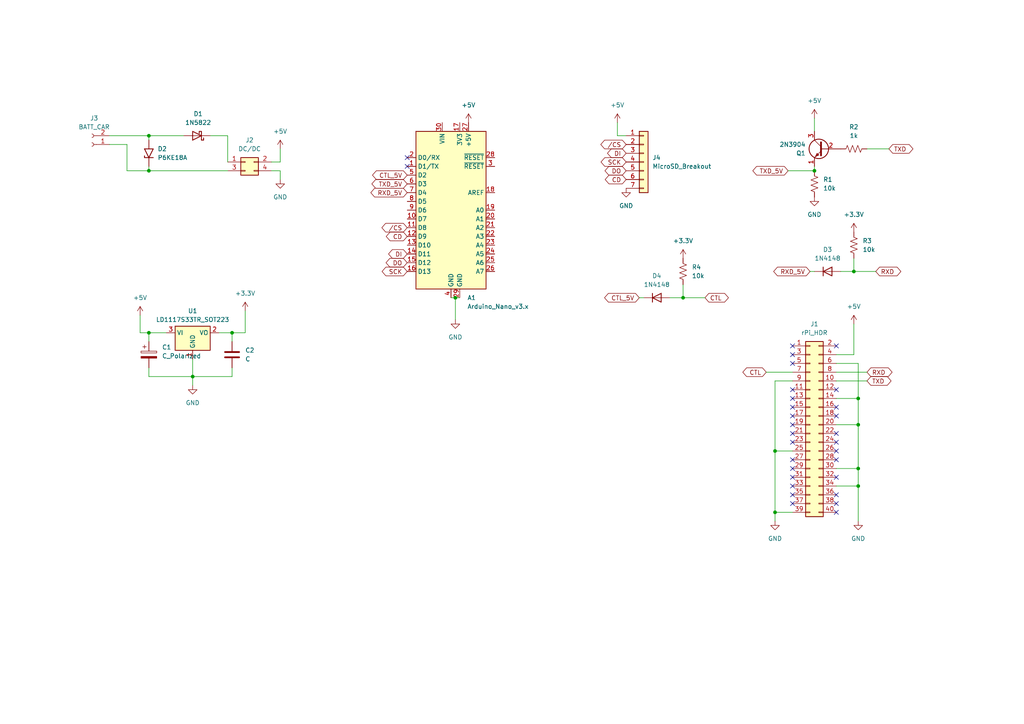
<source format=kicad_sch>
(kicad_sch (version 20230121) (generator eeschema)
  (paper "A4")
  (lib_symbols
    (symbol "Connector:Conn_01x02_Socket" (pin_names (offset 1.016) hide)
      (property "Reference" "J" (at 0 2.54 0))
      (property "Value" "Conn_01x02_Socket" (at 0 -5.08 0))
      (symbol "Conn_01x02_Socket_1_1"
        (arc (start 0 -2.032) (mid -0.5058 -2.54) (end 0 -3.048) (stroke (width 0.1524)))
        (polyline (pts (xy -1.27 -2.54) (xy -0.508 -2.54)) (stroke (width 0.1524)))
        (polyline (pts (xy -1.27 0) (xy -0.508 0)) (stroke (width 0.1524)))
        (arc (start 0 0.508) (mid -0.5058 0) (end 0 -0.508) (stroke (width 0.1524)))
        (pin passive line (at -5.08 0 0) (length 3.81) (name "Pin_1") (number "1"))
        (pin passive line (at -5.08 -2.54 0) (length 3.81) (name "Pin_2") (number "2"))
      )
    )
    (symbol "Connector_Generic:Conn_01x07" (pin_names (offset 1.016) hide)
      (property "Reference" "J" (at 0 10.16 0))
      (property "Value" "Conn_01x07" (at 0 -10.16 0))
      (symbol "Conn_01x07_1_1"
        (rectangle (start -1.27 -7.493) (end 0 -7.747) (stroke (width 0.1524)))
        (rectangle (start -1.27 -4.953) (end 0 -5.207) (stroke (width 0.1524)))
        (rectangle (start -1.27 -2.413) (end 0 -2.667) (stroke (width 0.1524)))
        (rectangle (start -1.27 0.127) (end 0 -0.127) (stroke (width 0.1524)))
        (rectangle (start -1.27 2.667) (end 0 2.413) (stroke (width 0.1524)))
        (rectangle (start -1.27 5.207) (end 0 4.953) (stroke (width 0.1524)))
        (rectangle (start -1.27 7.747) (end 0 7.493) (stroke (width 0.1524)))
        (rectangle (start -1.27 8.89) (end 1.27 -8.89) (stroke (width 0.254)) (fill (type background)))
        (pin passive line (at -5.08 7.62 0) (length 3.81) (name "Pin_1") (number "1"))
        (pin passive line (at -5.08 5.08 0) (length 3.81) (name "Pin_2") (number "2"))
        (pin passive line (at -5.08 2.54 0) (length 3.81) (name "Pin_3") (number "3"))
        (pin passive line (at -5.08 0 0) (length 3.81) (name "Pin_4") (number "4"))
        (pin passive line (at -5.08 -2.54 0) (length 3.81) (name "Pin_5") (number "5"))
        (pin passive line (at -5.08 -5.08 0) (length 3.81) (name "Pin_6") (number "6"))
        (pin passive line (at -5.08 -7.62 0) (length 3.81) (name "Pin_7") (number "7"))
      )
    )
    (symbol "Connector_Generic:Conn_02x02_Odd_Even" (pin_names (offset 1.016) hide)
      (property "Reference" "J" (at 1.27 2.54 0))
      (property "Value" "Conn_02x02_Odd_Even" (at 1.27 -5.08 0))
      (symbol "Conn_02x02_Odd_Even_1_1"
        (rectangle (start -1.27 -2.413) (end 0 -2.667) (stroke (width 0.1524)))
        (rectangle (start -1.27 0.127) (end 0 -0.127) (stroke (width 0.1524)))
        (rectangle (start -1.27 1.27) (end 3.81 -3.81) (stroke (width 0.254)) (fill (type background)))
        (rectangle (start 3.81 -2.413) (end 2.54 -2.667) (stroke (width 0.1524)))
        (rectangle (start 3.81 0.127) (end 2.54 -0.127) (stroke (width 0.1524)))
        (pin passive line (at -5.08 0 0) (length 3.81) (name "Pin_1") (number "1"))
        (pin passive line (at 7.62 0 180) (length 3.81) (name "Pin_2") (number "2"))
        (pin passive line (at -5.08 -2.54 0) (length 3.81) (name "Pin_3") (number "3"))
        (pin passive line (at 7.62 -2.54 180) (length 3.81) (name "Pin_4") (number "4"))
      )
    )
    (symbol "Connector_Generic:Conn_02x20_Odd_Even" (pin_names (offset 1.016) hide)
      (property "Reference" "J" (at 1.27 25.4 0))
      (property "Value" "Conn_02x20_Odd_Even" (at 1.27 -27.94 0))
      (symbol "Conn_02x20_Odd_Even_1_1"
        (rectangle (start -1.27 -25.273) (end 0 -25.527) (stroke (width 0.1524)))
        (rectangle (start -1.27 -22.733) (end 0 -22.987) (stroke (width 0.1524)))
        (rectangle (start -1.27 -20.193) (end 0 -20.447) (stroke (width 0.1524)))
        (rectangle (start -1.27 -17.653) (end 0 -17.907) (stroke (width 0.1524)))
        (rectangle (start -1.27 -15.113) (end 0 -15.367) (stroke (width 0.1524)))
        (rectangle (start -1.27 -12.573) (end 0 -12.827) (stroke (width 0.1524)))
        (rectangle (start -1.27 -10.033) (end 0 -10.287) (stroke (width 0.1524)))
        (rectangle (start -1.27 -7.493) (end 0 -7.747) (stroke (width 0.1524)))
        (rectangle (start -1.27 -4.953) (end 0 -5.207) (stroke (width 0.1524)))
        (rectangle (start -1.27 -2.413) (end 0 -2.667) (stroke (width 0.1524)))
        (rectangle (start -1.27 0.127) (end 0 -0.127) (stroke (width 0.1524)))
        (rectangle (start -1.27 2.667) (end 0 2.413) (stroke (width 0.1524)))
        (rectangle (start -1.27 5.207) (end 0 4.953) (stroke (width 0.1524)))
        (rectangle (start -1.27 7.747) (end 0 7.493) (stroke (width 0.1524)))
        (rectangle (start -1.27 10.287) (end 0 10.033) (stroke (width 0.1524)))
        (rectangle (start -1.27 12.827) (end 0 12.573) (stroke (width 0.1524)))
        (rectangle (start -1.27 15.367) (end 0 15.113) (stroke (width 0.1524)))
        (rectangle (start -1.27 17.907) (end 0 17.653) (stroke (width 0.1524)))
        (rectangle (start -1.27 20.447) (end 0 20.193) (stroke (width 0.1524)))
        (rectangle (start -1.27 22.987) (end 0 22.733) (stroke (width 0.1524)))
        (rectangle (start -1.27 24.13) (end 3.81 -26.67) (stroke (width 0.254)) (fill (type background)))
        (rectangle (start 3.81 -25.273) (end 2.54 -25.527) (stroke (width 0.1524)))
        (rectangle (start 3.81 -22.733) (end 2.54 -22.987) (stroke (width 0.1524)))
        (rectangle (start 3.81 -20.193) (end 2.54 -20.447) (stroke (width 0.1524)))
        (rectangle (start 3.81 -17.653) (end 2.54 -17.907) (stroke (width 0.1524)))
        (rectangle (start 3.81 -15.113) (end 2.54 -15.367) (stroke (width 0.1524)))
        (rectangle (start 3.81 -12.573) (end 2.54 -12.827) (stroke (width 0.1524)))
        (rectangle (start 3.81 -10.033) (end 2.54 -10.287) (stroke (width 0.1524)))
        (rectangle (start 3.81 -7.493) (end 2.54 -7.747) (stroke (width 0.1524)))
        (rectangle (start 3.81 -4.953) (end 2.54 -5.207) (stroke (width 0.1524)))
        (rectangle (start 3.81 -2.413) (end 2.54 -2.667) (stroke (width 0.1524)))
        (rectangle (start 3.81 0.127) (end 2.54 -0.127) (stroke (width 0.1524)))
        (rectangle (start 3.81 2.667) (end 2.54 2.413) (stroke (width 0.1524)))
        (rectangle (start 3.81 5.207) (end 2.54 4.953) (stroke (width 0.1524)))
        (rectangle (start 3.81 7.747) (end 2.54 7.493) (stroke (width 0.1524)))
        (rectangle (start 3.81 10.287) (end 2.54 10.033) (stroke (width 0.1524)))
        (rectangle (start 3.81 12.827) (end 2.54 12.573) (stroke (width 0.1524)))
        (rectangle (start 3.81 15.367) (end 2.54 15.113) (stroke (width 0.1524)))
        (rectangle (start 3.81 17.907) (end 2.54 17.653) (stroke (width 0.1524)))
        (rectangle (start 3.81 20.447) (end 2.54 20.193) (stroke (width 0.1524)))
        (rectangle (start 3.81 22.987) (end 2.54 22.733) (stroke (width 0.1524)))
        (pin passive line (at -5.08 22.86 0) (length 3.81) (name "Pin_1") (number "1"))
        (pin passive line (at 7.62 12.7 180) (length 3.81) (name "Pin_10") (number "10"))
        (pin passive line (at -5.08 10.16 0) (length 3.81) (name "Pin_11") (number "11"))
        (pin passive line (at 7.62 10.16 180) (length 3.81) (name "Pin_12") (number "12"))
        (pin passive line (at -5.08 7.62 0) (length 3.81) (name "Pin_13") (number "13"))
        (pin passive line (at 7.62 7.62 180) (length 3.81) (name "Pin_14") (number "14"))
        (pin passive line (at -5.08 5.08 0) (length 3.81) (name "Pin_15") (number "15"))
        (pin passive line (at 7.62 5.08 180) (length 3.81) (name "Pin_16") (number "16"))
        (pin passive line (at -5.08 2.54 0) (length 3.81) (name "Pin_17") (number "17"))
        (pin passive line (at 7.62 2.54 180) (length 3.81) (name "Pin_18") (number "18"))
        (pin passive line (at -5.08 0 0) (length 3.81) (name "Pin_19") (number "19"))
        (pin passive line (at 7.62 22.86 180) (length 3.81) (name "Pin_2") (number "2"))
        (pin passive line (at 7.62 0 180) (length 3.81) (name "Pin_20") (number "20"))
        (pin passive line (at -5.08 -2.54 0) (length 3.81) (name "Pin_21") (number "21"))
        (pin passive line (at 7.62 -2.54 180) (length 3.81) (name "Pin_22") (number "22"))
        (pin passive line (at -5.08 -5.08 0) (length 3.81) (name "Pin_23") (number "23"))
        (pin passive line (at 7.62 -5.08 180) (length 3.81) (name "Pin_24") (number "24"))
        (pin passive line (at -5.08 -7.62 0) (length 3.81) (name "Pin_25") (number "25"))
        (pin passive line (at 7.62 -7.62 180) (length 3.81) (name "Pin_26") (number "26"))
        (pin passive line (at -5.08 -10.16 0) (length 3.81) (name "Pin_27") (number "27"))
        (pin passive line (at 7.62 -10.16 180) (length 3.81) (name "Pin_28") (number "28"))
        (pin passive line (at -5.08 -12.7 0) (length 3.81) (name "Pin_29") (number "29"))
        (pin passive line (at -5.08 20.32 0) (length 3.81) (name "Pin_3") (number "3"))
        (pin passive line (at 7.62 -12.7 180) (length 3.81) (name "Pin_30") (number "30"))
        (pin passive line (at -5.08 -15.24 0) (length 3.81) (name "Pin_31") (number "31"))
        (pin passive line (at 7.62 -15.24 180) (length 3.81) (name "Pin_32") (number "32"))
        (pin passive line (at -5.08 -17.78 0) (length 3.81) (name "Pin_33") (number "33"))
        (pin passive line (at 7.62 -17.78 180) (length 3.81) (name "Pin_34") (number "34"))
        (pin passive line (at -5.08 -20.32 0) (length 3.81) (name "Pin_35") (number "35"))
        (pin passive line (at 7.62 -20.32 180) (length 3.81) (name "Pin_36") (number "36"))
        (pin passive line (at -5.08 -22.86 0) (length 3.81) (name "Pin_37") (number "37"))
        (pin passive line (at 7.62 -22.86 180) (length 3.81) (name "Pin_38") (number "38"))
        (pin passive line (at -5.08 -25.4 0) (length 3.81) (name "Pin_39") (number "39"))
        (pin passive line (at 7.62 20.32 180) (length 3.81) (name "Pin_4") (number "4"))
        (pin passive line (at 7.62 -25.4 180) (length 3.81) (name "Pin_40") (number "40"))
        (pin passive line (at -5.08 17.78 0) (length 3.81) (name "Pin_5") (number "5"))
        (pin passive line (at 7.62 17.78 180) (length 3.81) (name "Pin_6") (number "6"))
        (pin passive line (at -5.08 15.24 0) (length 3.81) (name "Pin_7") (number "7"))
        (pin passive line (at 7.62 15.24 180) (length 3.81) (name "Pin_8") (number "8"))
        (pin passive line (at -5.08 12.7 0) (length 3.81) (name "Pin_9") (number "9"))
      )
    )
    (symbol "Device:C" (pin_numbers hide) (pin_names (offset 0.254))
      (property "Reference" "C" (at 0.635 2.54 0))
      (property "Value" "C" (at 0.635 -2.54 0))
      (symbol "C_0_1"
        (polyline (pts (xy -2.032 -0.762) (xy 2.032 -0.762)) (stroke (width 0.508)))
        (polyline (pts (xy -2.032 0.762) (xy 2.032 0.762)) (stroke (width 0.508)))
      )
      (symbol "C_1_1"
        (pin passive line (at 0 3.81 270) (length 2.794) (name "~") (number "1"))
        (pin passive line (at 0 -3.81 90) (length 2.794) (name "~") (number "2"))
      )
    )
    (symbol "Device:C_Polarized" (pin_numbers hide) (pin_names (offset 0.254))
      (property "Reference" "C" (at 0.635 2.54 0))
      (property "Value" "C_Polarized" (at 0.635 -2.54 0))
      (symbol "C_Polarized_0_1"
        (rectangle (start -2.286 0.508) (end 2.286 1.016))
        (polyline (pts (xy -1.778 2.286) (xy -0.762 2.286)))
        (polyline (pts (xy -1.27 2.794) (xy -1.27 1.778)))
        (rectangle (start 2.286 -0.508) (end -2.286 -1.016) (fill (type outline)))
      )
      (symbol "C_Polarized_1_1"
        (pin passive line (at 0 3.81 270) (length 2.794) (name "~") (number "1"))
        (pin passive line (at 0 -3.81 90) (length 2.794) (name "~") (number "2"))
      )
    )
    (symbol "Device:R_US" (pin_numbers hide) (pin_names (offset 0))
      (property "Reference" "R" (at 2.54 0 90))
      (property "Value" "R_US" (at -2.54 0 90))
      (symbol "R_US_0_1"
        (polyline (pts (xy 0 -2.286) (xy 0 -2.54)))
        (polyline (pts (xy 0 2.286) (xy 0 2.54)))
        (polyline (pts (xy 0 -0.762) (xy 1.016 -1.143) (xy 0 -1.524) (xy -1.016 -1.905) (xy 0 -2.286)))
        (polyline (pts (xy 0 0.762) (xy 1.016 0.381) (xy 0 0) (xy -1.016 -0.381) (xy 0 -0.762)))
        (polyline (pts (xy 0 2.286) (xy 1.016 1.905) (xy 0 1.524) (xy -1.016 1.143) (xy 0 0.762)))
      )
      (symbol "R_US_1_1"
        (pin passive line (at 0 3.81 270) (length 1.27) (name "~") (number "1"))
        (pin passive line (at 0 -3.81 90) (length 1.27) (name "~") (number "2"))
      )
    )
    (symbol "Diode:1.5KExxA" (pin_numbers hide) (pin_names (offset 1.016) hide)
      (property "Reference" "D" (at 0 2.54 0))
      (property "Value" "1.5KExxA" (at 0 -2.54 0))
      (symbol "1.5KExxA_0_1"
        (polyline (pts (xy -0.762 1.27) (xy -1.27 1.27) (xy -1.27 -1.27)) (stroke (width 0.254)))
        (polyline (pts (xy 1.27 1.27) (xy 1.27 -1.27) (xy -1.27 0) (xy 1.27 1.27)) (stroke (width 0.254)))
      )
      (symbol "1.5KExxA_1_1"
        (pin passive line (at -3.81 0 0) (length 2.54) (name "A1") (number "1"))
        (pin passive line (at 3.81 0 180) (length 2.54) (name "A2") (number "2"))
      )
    )
    (symbol "Diode:1N4148" (pin_numbers hide) (pin_names hide)
      (property "Reference" "D" (at 0 2.54 0))
      (property "Value" "1N4148" (at 0 -2.54 0))
      (symbol "1N4148_0_1"
        (polyline (pts (xy -1.27 1.27) (xy -1.27 -1.27)) (stroke (width 0.254)))
        (polyline (pts (xy 1.27 0) (xy -1.27 0)))
        (polyline (pts (xy 1.27 1.27) (xy 1.27 -1.27) (xy -1.27 0) (xy 1.27 1.27)) (stroke (width 0.254)))
      )
      (symbol "1N4148_1_1"
        (pin passive line (at -3.81 0 0) (length 2.54) (name "K") (number "1"))
        (pin passive line (at 3.81 0 180) (length 2.54) (name "A") (number "2"))
      )
    )
    (symbol "Diode:1N5822" (pin_numbers hide) (pin_names (offset 1.016) hide)
      (property "Reference" "D" (at 0 2.54 0))
      (property "Value" "1N5822" (at 0 -2.54 0))
      (symbol "1N5822_0_1"
        (polyline (pts (xy 1.27 0) (xy -1.27 0)))
        (polyline (pts (xy 1.27 1.27) (xy 1.27 -1.27) (xy -1.27 0) (xy 1.27 1.27)) (stroke (width 0.254)))
        (polyline (pts (xy -1.905 0.635) (xy -1.905 1.27) (xy -1.27 1.27) (xy -1.27 -1.27) (xy -0.635 -1.27) (xy -0.635 -0.635)) (stroke (width 0.254)))
      )
      (symbol "1N5822_1_1"
        (pin passive line (at -3.81 0 0) (length 2.54) (name "K") (number "1"))
        (pin passive line (at 3.81 0 180) (length 2.54) (name "A") (number "2"))
      )
    )
    (symbol "MCU_Module:Arduino_Nano_v3.x"
      (property "Reference" "A" (at -10.16 23.495 0))
      (property "Value" "Arduino_Nano_v3.x" (at 5.08 -24.13 0))
      (symbol "Arduino_Nano_v3.x_0_1"
        (rectangle (start -10.16 22.86) (end 10.16 -22.86) (stroke (width 0.254)) (fill (type background)))
      )
      (symbol "Arduino_Nano_v3.x_1_1"
        (pin bidirectional line (at -12.7 12.7 0) (length 2.54) (name "D1/TX") (number "1"))
        (pin bidirectional line (at -12.7 -2.54 0) (length 2.54) (name "D7") (number "10"))
        (pin bidirectional line (at -12.7 -5.08 0) (length 2.54) (name "D8") (number "11"))
        (pin bidirectional line (at -12.7 -7.62 0) (length 2.54) (name "D9") (number "12"))
        (pin bidirectional line (at -12.7 -10.16 0) (length 2.54) (name "D10") (number "13"))
        (pin bidirectional line (at -12.7 -12.7 0) (length 2.54) (name "D11") (number "14"))
        (pin bidirectional line (at -12.7 -15.24 0) (length 2.54) (name "D12") (number "15"))
        (pin bidirectional line (at -12.7 -17.78 0) (length 2.54) (name "D13") (number "16"))
        (pin power_out line (at 2.54 25.4 270) (length 2.54) (name "3V3") (number "17"))
        (pin input line (at 12.7 5.08 180) (length 2.54) (name "AREF") (number "18"))
        (pin bidirectional line (at 12.7 0 180) (length 2.54) (name "A0") (number "19"))
        (pin bidirectional line (at -12.7 15.24 0) (length 2.54) (name "D0/RX") (number "2"))
        (pin bidirectional line (at 12.7 -2.54 180) (length 2.54) (name "A1") (number "20"))
        (pin bidirectional line (at 12.7 -5.08 180) (length 2.54) (name "A2") (number "21"))
        (pin bidirectional line (at 12.7 -7.62 180) (length 2.54) (name "A3") (number "22"))
        (pin bidirectional line (at 12.7 -10.16 180) (length 2.54) (name "A4") (number "23"))
        (pin bidirectional line (at 12.7 -12.7 180) (length 2.54) (name "A5") (number "24"))
        (pin bidirectional line (at 12.7 -15.24 180) (length 2.54) (name "A6") (number "25"))
        (pin bidirectional line (at 12.7 -17.78 180) (length 2.54) (name "A7") (number "26"))
        (pin power_out line (at 5.08 25.4 270) (length 2.54) (name "+5V") (number "27"))
        (pin input line (at 12.7 15.24 180) (length 2.54) (name "~{RESET}") (number "28"))
        (pin power_in line (at 2.54 -25.4 90) (length 2.54) (name "GND") (number "29"))
        (pin input line (at 12.7 12.7 180) (length 2.54) (name "~{RESET}") (number "3"))
        (pin power_in line (at -2.54 25.4 270) (length 2.54) (name "VIN") (number "30"))
        (pin power_in line (at 0 -25.4 90) (length 2.54) (name "GND") (number "4"))
        (pin bidirectional line (at -12.7 10.16 0) (length 2.54) (name "D2") (number "5"))
        (pin bidirectional line (at -12.7 7.62 0) (length 2.54) (name "D3") (number "6"))
        (pin bidirectional line (at -12.7 5.08 0) (length 2.54) (name "D4") (number "7"))
        (pin bidirectional line (at -12.7 2.54 0) (length 2.54) (name "D5") (number "8"))
        (pin bidirectional line (at -12.7 0 0) (length 2.54) (name "D6") (number "9"))
      )
    )
    (symbol "Regulator_Linear:LD1117S33TR_SOT223"
      (property "Reference" "U" (at -3.81 3.175 0))
      (property "Value" "LD1117S33TR_SOT223" (at 0 3.175 0))
      (symbol "LD1117S33TR_SOT223_0_1"
        (rectangle (start -5.08 -5.08) (end 5.08 1.905) (stroke (width 0.254)) (fill (type background)))
      )
      (symbol "LD1117S33TR_SOT223_1_1"
        (pin power_in line (at 0 -7.62 90) (length 2.54) (name "GND") (number "1"))
        (pin power_out line (at 7.62 0 180) (length 2.54) (name "VO") (number "2"))
        (pin power_in line (at -7.62 0 0) (length 2.54) (name "VI") (number "3"))
      )
    )
    (symbol "Transistor_BJT:2N3904" (pin_names (offset 0) hide)
      (property "Reference" "Q" (at 5.08 1.905 0))
      (property "Value" "2N3904" (at 5.08 0 0))
      (symbol "2N3904_0_1"
        (polyline (pts (xy 0.635 0.635) (xy 2.54 2.54)))
        (polyline (pts (xy 0.635 -0.635) (xy 2.54 -2.54) (xy 2.54 -2.54)))
        (polyline (pts (xy 0.635 1.905) (xy 0.635 -1.905) (xy 0.635 -1.905)) (stroke (width 0.508)))
        (polyline (pts (xy 1.27 -1.778) (xy 1.778 -1.27) (xy 2.286 -2.286) (xy 1.27 -1.778) (xy 1.27 -1.778)) (fill (type outline)))
        (circle (center 1.27 0) (radius 2.8194) (stroke (width 0.254)))
      )
      (symbol "2N3904_1_1"
        (pin passive line (at 2.54 -5.08 90) (length 2.54) (name "E") (number "1"))
        (pin passive line (at -5.08 0 0) (length 5.715) (name "B") (number "2"))
        (pin passive line (at 2.54 5.08 270) (length 2.54) (name "C") (number "3"))
      )
    )
    (symbol "power:+3.3V" (power) (pin_names (offset 0))
      (property "Value" "+3.3V" (at 0 3.556 0))
      (symbol "+3.3V_0_1"
        (polyline (pts (xy -0.762 1.27) (xy 0 2.54)))
        (polyline (pts (xy 0 0) (xy 0 2.54)))
        (polyline (pts (xy 0 2.54) (xy 0.762 1.27)))
      )
      (symbol "+3.3V_1_1"
        (pin power_in line (at 0 0 90) (length 0) hide (name "+3.3V") (number "1"))
      )
    )
    (symbol "power:+5V" (power) (pin_names (offset 0))
      (property "Value" "+5V" (at 0 3.556 0))
      (symbol "+5V_0_1"
        (polyline (pts (xy -0.762 1.27) (xy 0 2.54)))
        (polyline (pts (xy 0 0) (xy 0 2.54)))
        (polyline (pts (xy 0 2.54) (xy 0.762 1.27)))
      )
      (symbol "+5V_1_1"
        (pin power_in line (at 0 0 90) (length 0) hide (name "+5V") (number "1"))
      )
    )
    (symbol "power:GND" (power) (pin_names (offset 0))
      (property "Value" "GND" (at 0 -3.81 0))
      (symbol "GND_0_1"
        (polyline (pts (xy 0 0) (xy 0 -1.27) (xy 1.27 -1.27) (xy 0 -2.54) (xy -1.27 -1.27) (xy 0 -1.27)))
      )
      (symbol "GND_1_1"
        (pin power_in line (at 0 0 270) (length 0) hide (name "GND") (number "1"))
      )
    )
  )
  (junction (at 132.08 86.36))
  (junction (at 43.18 39.37))
  (junction (at 248.92 123.19))
  (junction (at 247.65 78.74))
  (junction (at 43.18 49.53))
  (junction (at 43.18 96.52))
  (junction (at 248.92 115.57))
  (junction (at 198.12 86.36))
  (junction (at 248.92 140.97))
  (junction (at 224.79 130.81))
  (junction (at 224.79 148.59))
  (junction (at 55.88 109.22))
  (junction (at 236.22 49.53))
  (junction (at 248.92 135.89))
  (junction (at 67.31 96.52))
  (no_connect (at 229.87 113.03))
  (no_connect (at 229.87 105.41))
  (no_connect (at 242.57 130.81))
  (no_connect (at 229.87 135.89))
  (no_connect (at 242.57 118.11))
  (no_connect (at 229.87 146.05))
  (no_connect (at 229.87 128.27))
  (no_connect (at 242.57 146.05))
  (no_connect (at 229.87 140.97))
  (no_connect (at 242.57 125.73))
  (no_connect (at 229.87 118.11))
  (no_connect (at 118.11 45.72))
  (no_connect (at 229.87 123.19))
  (no_connect (at 229.87 120.65))
  (no_connect (at 242.57 138.43))
  (no_connect (at 242.57 113.03))
  (no_connect (at 242.57 143.51))
  (no_connect (at 229.87 102.87))
  (no_connect (at 229.87 100.33))
  (no_connect (at 242.57 133.35))
  (no_connect (at 118.11 48.26))
  (no_connect (at 229.87 133.35))
  (no_connect (at 229.87 138.43))
  (no_connect (at 242.57 148.59))
  (no_connect (at 242.57 128.27))
  (no_connect (at 229.87 125.73))
  (no_connect (at 229.87 115.57))
  (no_connect (at 242.57 120.65))
  (no_connect (at 229.87 143.51))
  (no_connect (at 242.57 100.33))
  (wire (pts (xy 55.88 109.22) (xy 55.88 104.14)))
  (wire (pts (xy 204.47 86.36) (xy 198.12 86.36)))
  (wire (pts (xy 43.18 48.26) (xy 43.18 49.53)))
  (wire (pts (xy 236.22 49.53) (xy 236.22 48.26)))
  (wire (pts (xy 248.92 105.41) (xy 248.92 115.57)))
  (wire (pts (xy 248.92 135.89) (xy 248.92 140.97)))
  (wire (pts (xy 67.31 96.52) (xy 71.12 96.52)))
  (wire (pts (xy 132.08 86.36) (xy 130.81 86.36)))
  (wire (pts (xy 254 78.74) (xy 247.65 78.74)))
  (wire (pts (xy 242.57 107.95) (xy 251.46 107.95)))
  (wire (pts (xy 43.18 106.68) (xy 43.18 109.22)))
  (wire (pts (xy 43.18 39.37) (xy 43.18 40.64)))
  (wire (pts (xy 194.31 86.36) (xy 198.12 86.36)))
  (wire (pts (xy 242.57 110.49) (xy 251.46 110.49)))
  (wire (pts (xy 222.25 107.95) (xy 229.87 107.95)))
  (wire (pts (xy 251.46 43.18) (xy 257.81 43.18)))
  (wire (pts (xy 229.87 130.81) (xy 224.79 130.81)))
  (wire (pts (xy 67.31 106.68) (xy 67.31 109.22)))
  (wire (pts (xy 43.18 39.37) (xy 53.34 39.37)))
  (wire (pts (xy 43.18 49.53) (xy 66.04 49.53)))
  (wire (pts (xy 248.92 123.19) (xy 248.92 135.89)))
  (wire (pts (xy 71.12 96.52) (xy 71.12 90.17)))
  (wire (pts (xy 247.65 78.74) (xy 247.65 74.93)))
  (wire (pts (xy 43.18 109.22) (xy 55.88 109.22)))
  (wire (pts (xy 229.87 148.59) (xy 224.79 148.59)))
  (wire (pts (xy 229.87 110.49) (xy 224.79 110.49)))
  (wire (pts (xy 248.92 140.97) (xy 248.92 151.13)))
  (wire (pts (xy 81.28 43.18) (xy 81.28 46.99)))
  (wire (pts (xy 224.79 148.59) (xy 224.79 151.13)))
  (wire (pts (xy 36.83 41.91) (xy 36.83 49.53)))
  (wire (pts (xy 40.64 96.52) (xy 40.64 91.44)))
  (wire (pts (xy 243.84 78.74) (xy 247.65 78.74)))
  (wire (pts (xy 55.88 109.22) (xy 67.31 109.22)))
  (wire (pts (xy 63.5 96.52) (xy 67.31 96.52)))
  (wire (pts (xy 31.75 41.91) (xy 36.83 41.91)))
  (wire (pts (xy 185.42 86.36) (xy 186.69 86.36)))
  (wire (pts (xy 66.04 39.37) (xy 66.04 46.99)))
  (wire (pts (xy 242.57 135.89) (xy 248.92 135.89)))
  (wire (pts (xy 247.65 102.87) (xy 242.57 102.87)))
  (wire (pts (xy 60.96 39.37) (xy 66.04 39.37)))
  (wire (pts (xy 242.57 105.41) (xy 248.92 105.41)))
  (wire (pts (xy 198.12 86.36) (xy 198.12 82.55)))
  (wire (pts (xy 242.57 123.19) (xy 248.92 123.19)))
  (wire (pts (xy 236.22 34.29) (xy 236.22 38.1)))
  (wire (pts (xy 48.26 96.52) (xy 43.18 96.52)))
  (wire (pts (xy 234.95 78.74) (xy 236.22 78.74)))
  (wire (pts (xy 247.65 93.98) (xy 247.65 102.87)))
  (wire (pts (xy 224.79 130.81) (xy 224.79 148.59)))
  (wire (pts (xy 228.6 49.53) (xy 236.22 49.53)))
  (wire (pts (xy 43.18 96.52) (xy 43.18 99.06)))
  (wire (pts (xy 81.28 52.07) (xy 81.28 49.53)))
  (wire (pts (xy 81.28 49.53) (xy 78.74 49.53)))
  (wire (pts (xy 133.35 86.36) (xy 132.08 86.36)))
  (wire (pts (xy 242.57 140.97) (xy 248.92 140.97)))
  (wire (pts (xy 224.79 110.49) (xy 224.79 130.81)))
  (wire (pts (xy 242.57 115.57) (xy 248.92 115.57)))
  (wire (pts (xy 132.08 86.36) (xy 132.08 92.71)))
  (wire (pts (xy 43.18 96.52) (xy 40.64 96.52)))
  (wire (pts (xy 67.31 96.52) (xy 67.31 99.06)))
  (wire (pts (xy 81.28 46.99) (xy 78.74 46.99)))
  (wire (pts (xy 31.75 39.37) (xy 43.18 39.37)))
  (wire (pts (xy 248.92 115.57) (xy 248.92 123.19)))
  (wire (pts (xy 36.83 49.53) (xy 43.18 49.53)))
  (wire (pts (xy 55.88 111.76) (xy 55.88 109.22)))
  (wire (pts (xy 179.07 39.37) (xy 179.07 35.56)))
  (wire (pts (xy 181.61 39.37) (xy 179.07 39.37)))
  (global_label "DO" (shape bidirectional) (at 118.11 76.2 180) (property "Intersheetrefs" "${INTERSHEET_REFS}" (effects hide)))
  (global_label "CD" (shape bidirectional) (at 118.11 68.58 180) (property "Intersheetrefs" "${INTERSHEET_REFS}" (effects hide)))
  (global_label "TXD_5V" (shape bidirectional) (at 118.11 53.34 180) (property "Intersheetrefs" "${INTERSHEET_REFS}" (effects hide)))
  (global_label "TXD" (shape bidirectional) (at 257.81 43.18 0) (property "Intersheetrefs" "${INTERSHEET_REFS}" (effects hide)))
  (global_label "RXD_5V" (shape bidirectional) (at 234.95 78.74 180) (property "Intersheetrefs" "${INTERSHEET_REFS}" (effects hide)))
  (global_label "DI" (shape bidirectional) (at 118.11 73.66 180) (property "Intersheetrefs" "${INTERSHEET_REFS}" (effects hide)))
  (global_label "DI" (shape bidirectional) (at 181.61 44.45 180) (property "Intersheetrefs" "${INTERSHEET_REFS}" (effects hide)))
  (global_label "{slash}CS" (shape bidirectional) (at 118.11 66.04 180) (property "Intersheetrefs" "${INTERSHEET_REFS}" (effects hide)))
  (global_label "CTL" (shape bidirectional) (at 204.47 86.36 0) (property "Intersheetrefs" "${INTERSHEET_REFS}" (effects hide)))
  (global_label "SCK" (shape bidirectional) (at 181.61 46.99 180) (property "Intersheetrefs" "${INTERSHEET_REFS}" (effects hide)))
  (global_label "CTL" (shape bidirectional) (at 222.25 107.95 180) (property "Intersheetrefs" "${INTERSHEET_REFS}" (effects hide)))
  (global_label "CTL_5V" (shape bidirectional) (at 185.42 86.36 180) (property "Intersheetrefs" "${INTERSHEET_REFS}" (effects hide)))
  (global_label "CD" (shape bidirectional) (at 181.61 52.07 180) (property "Intersheetrefs" "${INTERSHEET_REFS}" (effects hide)))
  (global_label "RXD" (shape bidirectional) (at 254 78.74 0) (property "Intersheetrefs" "${INTERSHEET_REFS}" (effects hide)))
  (global_label "TXD" (shape bidirectional) (at 251.46 110.49 0) (property "Intersheetrefs" "${INTERSHEET_REFS}" (effects hide)))
  (global_label "SCK" (shape bidirectional) (at 118.11 78.74 180) (property "Intersheetrefs" "${INTERSHEET_REFS}" (effects hide)))
  (global_label "TXD_5V" (shape bidirectional) (at 228.6 49.53 180) (property "Intersheetrefs" "${INTERSHEET_REFS}" (effects hide)))
  (global_label "DO" (shape bidirectional) (at 181.61 49.53 180) (property "Intersheetrefs" "${INTERSHEET_REFS}" (effects hide)))
  (global_label "{slash}CS" (shape bidirectional) (at 181.61 41.91 180) (property "Intersheetrefs" "${INTERSHEET_REFS}" (effects hide)))
  (global_label "CTL_5V" (shape bidirectional) (at 118.11 50.8 180) (property "Intersheetrefs" "${INTERSHEET_REFS}" (effects hide)))
  (global_label "RXD" (shape bidirectional) (at 251.46 107.95 0) (property "Intersheetrefs" "${INTERSHEET_REFS}" (effects hide)))
  (global_label "RXD_5V" (shape bidirectional) (at 118.11 55.88 180) (property "Intersheetrefs" "${INTERSHEET_REFS}" (effects hide)))
  (symbol (lib_id "power:+5V") (at 236.22 34.29 0) (unit 1)
    (property "Reference" "#PWR011" (effects hide))
    (property "Value" "+5V" (at 236.22 29.21 0))
  )
  (symbol (lib_id "Diode:1N4148") (at 240.03 78.74 0) (unit 1)
    (property "Reference" "D3" (at 240.03 72.39 0))
    (property "Value" "1N4148" (at 240.03 74.93 0))
    (property "Footprint" "Diode_THT:D_DO-35_SOD27_P7.62mm_Horizontal" (effects hide))
    (property "Datasheet" "https://assets.nexperia.com/documents/data-sheet/1N4148_1N4448.pdf" (effects hide))
    (property "Sim.Device" "D" (effects hide))
    (property "Sim.Pins" "1=K 2=A" (effects hide))
  )
  (symbol (lib_id "Regulator_Linear:LD1117S33TR_SOT223") (at 55.88 96.52 0) (unit 1)
    (property "Reference" "U1" (at 55.88 90.17 0))
    (property "Value" "LD1117S33TR_SOT223" (at 55.88 92.71 0))
    (property "Footprint" "Package_TO_SOT_THT:TO-220-3_Vertical" (effects hide))
    (property "Datasheet" "http://www.st.com/st-web-ui/static/active/en/resource/technical/document/datasheet/CD00000544.pdf" (effects hide))
  )
  (symbol (lib_id "Device:R_US") (at 247.65 43.18 90) (unit 1)
    (property "Reference" "R2" (at 247.65 36.83 90))
    (property "Value" "1k" (at 247.65 39.37 90))
    (property "Footprint" "Resistor_THT:R_Axial_DIN0207_L6.3mm_D2.5mm_P10.16mm_Horizontal" (effects hide))
  )
  (symbol (lib_id "power:GND") (at 81.28 52.07 0) (unit 1)
    (property "Reference" "#PWR04" (effects hide))
    (property "Value" "GND" (at 81.28 57.15 0))
  )
  (symbol (lib_id "power:GND") (at 236.22 57.15 0) (unit 1)
    (property "Reference" "#PWR010" (effects hide))
    (property "Value" "GND" (at 236.22 62.23 0))
  )
  (symbol (lib_id "power:+5V") (at 179.07 35.56 0) (unit 1)
    (property "Reference" "#PWR07" (effects hide))
    (property "Value" "+5V" (at 179.07 30.48 0))
  )
  (symbol (lib_id "power:+5V") (at 135.89 35.56 0) (unit 1)
    (property "Reference" "#PWR05" (effects hide))
    (property "Value" "+5V" (at 135.89 30.48 0))
  )
  (symbol (lib_id "Device:R_US") (at 236.22 53.34 180) (unit 1)
    (property "Reference" "R1" (at 238.76 52.07 0) (effects (justify right)))
    (property "Value" "10k" (at 238.76 54.61 0) (effects (justify right)))
    (property "Footprint" "Resistor_THT:R_Axial_DIN0207_L6.3mm_D2.5mm_P10.16mm_Horizontal" (effects hide))
  )
  (symbol (lib_id "power:+3.3V") (at 71.12 90.17 0) (unit 1)
    (property "Reference" "#PWR015" (effects hide))
    (property "Value" "+3.3V" (at 71.12 85.09 0))
  )
  (symbol (lib_id "Connector_Generic:Conn_01x07") (at 186.69 46.99 0) (unit 1)
    (property "Reference" "J4" (at 189.23 45.72 0) (effects (justify left)))
    (property "Value" "MicroSD_Breakout" (at 189.23 48.26 0) (effects (justify left)))
    (property "Footprint" "Connector_PinHeader_2.54mm:PinHeader_1x07_P2.54mm_Vertical" (effects hide))
  )
  (symbol (lib_id "power:+5V") (at 81.28 43.18 0) (unit 1)
    (property "Reference" "#PWR03" (effects hide))
    (property "Value" "+5V" (at 81.28 38.1 0))
  )
  (symbol (lib_id "Connector_Generic:Conn_02x20_Odd_Even") (at 234.95 123.19 0) (unit 1)
    (property "Reference" "J1" (at 236.22 93.98 0))
    (property "Value" "rPi_HDR" (at 236.22 96.52 0))
    (property "Footprint" "Connector_PinHeader_2.54mm:PinHeader_2x20_P2.54mm_Vertical" (effects hide))
  )
  (symbol (lib_id "Connector_Generic:Conn_02x02_Odd_Even") (at 71.12 46.99 0) (unit 1)
    (property "Reference" "J2" (at 72.39 40.64 0))
    (property "Value" "DC/DC" (at 72.39 43.18 0))
    (property "Footprint" "footprint_project:LM2596_DC_DC_MODULE" (effects hide))
  )
  (symbol (lib_id "power:+3.3V") (at 198.12 74.93 0) (unit 1)
    (property "Reference" "#PWR016" (effects hide))
    (property "Value" "+3.3V" (at 198.12 69.85 0))
  )
  (symbol (lib_id "power:+5V") (at 40.64 91.44 0) (unit 1)
    (property "Reference" "#PWR013" (effects hide))
    (property "Value" "+5V" (at 40.64 86.36 0))
  )
  (symbol (lib_id "Diode:1.5KExxA") (at 43.18 44.45 90) (unit 1)
    (property "Reference" "D2" (at 45.72 43.18 90) (effects (justify right)))
    (property "Value" "P6KE18A" (at 45.72 45.72 90) (effects (justify right)))
    (property "Footprint" "Diode_THT:D_DO-15_P12.70mm_Horizontal" (effects hide))
    (property "Datasheet" "https://www.vishay.com/docs/88301/15ke.pdf" (effects hide))
  )
  (symbol (lib_id "Device:R_US") (at 247.65 71.12 180) (unit 1)
    (property "Reference" "R3" (at 250.19 69.85 0) (effects (justify right)))
    (property "Value" "10k" (at 250.19 72.39 0) (effects (justify right)))
    (property "Footprint" "Resistor_THT:R_Axial_DIN0207_L6.3mm_D2.5mm_P10.16mm_Horizontal" (effects hide))
  )
  (symbol (lib_id "power:GND") (at 55.88 111.76 0) (unit 1)
    (property "Reference" "#PWR014" (effects hide))
    (property "Value" "GND" (at 55.88 116.84 0))
  )
  (symbol (lib_id "Diode:1N5822") (at 57.15 39.37 180) (unit 1)
    (property "Reference" "D1" (at 57.4675 33.02 0))
    (property "Value" "1N5822" (at 57.4675 35.56 0))
    (property "Footprint" "Diode_THT:D_DO-201AD_P15.24mm_Horizontal" (effects hide))
    (property "Datasheet" "http://www.vishay.com/docs/88526/1n5820.pdf" (effects hide))
  )
  (symbol (lib_id "power:GND") (at 224.79 151.13 0) (unit 1)
    (property "Reference" "#PWR09" (effects hide))
    (property "Value" "GND" (at 224.79 156.21 0))
  )
  (symbol (lib_id "Device:C_Polarized") (at 43.18 102.87 0) (unit 1)
    (property "Reference" "C1" (at 46.99 100.711 0) (effects (justify left)))
    (property "Value" "C_Polarized" (at 46.99 103.251 0) (effects (justify left)))
    (property "Footprint" "Capacitor_THT:CP_Radial_D5.0mm_P2.50mm" (effects hide))
    (property "Datasheet" "  (layer \"F.Cu\")" (effects hide))
  )
  (symbol (lib_id "power:+3.3V") (at 247.65 67.31 0) (unit 1)
    (property "Reference" "#PWR012" (effects hide))
    (property "Value" "+3.3V" (at 247.65 62.23 0))
  )
  (symbol (lib_id "power:GND") (at 181.61 54.61 0) (unit 1)
    (property "Reference" "#PWR06" (effects hide))
    (property "Value" "GND" (at 181.61 59.69 0))
  )
  (symbol (lib_id "Device:R_US") (at 198.12 78.74 180) (unit 1)
    (property "Reference" "R4" (at 200.66 77.47 0) (effects (justify right)))
    (property "Value" "10k" (at 200.66 80.01 0) (effects (justify right)))
    (property "Footprint" "Resistor_THT:R_Axial_DIN0207_L6.3mm_D2.5mm_P10.16mm_Horizontal" (effects hide))
  )
  (symbol (lib_id "Connector:Conn_01x02_Socket") (at 26.67 41.91 180) (unit 1)
    (property "Reference" "J3" (at 27.305 34.29 0))
    (property "Value" "BATT_CAR" (at 27.305 36.83 0))
    (property "Footprint" "Connector_Wire:SolderWire-0.75sqmm_1x02_P7mm_D1.25mm_OD3.5mm" (effects hide))
  )
  (symbol (lib_id "power:GND") (at 248.92 151.13 0) (unit 1)
    (property "Reference" "#PWR08" (effects hide))
    (property "Value" "GND" (at 248.92 156.21 0))
  )
  (symbol (lib_id "MCU_Module:Arduino_Nano_v3.x") (at 130.81 60.96 0) (unit 1)
    (property "Reference" "A1" (at 135.5441 86.36 0) (effects (justify left)))
    (property "Value" "Arduino_Nano_v3.x" (at 135.5441 88.9 0) (effects (justify left)))
    (property "Footprint" "Module:Arduino_Nano" (effects hide))
    (property "Datasheet" "http://www.mouser.com/pdfdocs/Gravitech_Arduino_Nano3_0.pdf" (effects hide))
  )
  (symbol (lib_id "Transistor_BJT:2N3904") (at 238.76 43.18 0) (mirror y) (unit 1)
    (property "Reference" "Q1" (at 233.68 44.45 0) (effects (justify left)))
    (property "Value" "2N3904" (at 233.68 41.91 0) (effects (justify left)))
    (property "Footprint" "Package_TO_SOT_THT:TO-92_Inline" (effects hide))
    (property "Datasheet" "https://www.onsemi.com/pub/Collateral/2N3903-D.PDF" (effects hide))
  )
  (symbol (lib_id "Device:C") (at 67.31 102.87 0) (unit 1)
    (property "Reference" "C2" (at 71.12 101.6 0) (effects (justify left)))
    (property "Value" "C" (at 71.12 104.14 0) (effects (justify left)))
    (property "Footprint" "Capacitor_THT:C_Disc_D5.0mm_W2.5mm_P5.00mm" (effects hide))
  )
  (symbol (lib_id "power:+5V") (at 247.65 93.98 0) (unit 1)
    (property "Reference" "#PWR01" (effects hide))
    (property "Value" "+5V" (at 247.65 88.9 0))
  )
  (symbol (lib_id "Diode:1N4148") (at 190.5 86.36 0) (unit 1)
    (property "Reference" "D4" (at 190.5 80.01 0))
    (property "Value" "1N4148" (at 190.5 82.55 0))
    (property "Footprint" "Diode_THT:D_DO-35_SOD27_P7.62mm_Horizontal" (effects hide))
    (property "Datasheet" "https://assets.nexperia.com/documents/data-sheet/1N4148_1N4448.pdf" (effects hide))
    (property "Sim.Device" "D" (effects hide))
    (property "Sim.Pins" "1=K 2=A" (effects hide))
  )
  (symbol (lib_id "power:GND") (at 132.08 92.71 0) (unit 1)
    (property "Reference" "#PWR02" (effects hide))
    (property "Value" "GND" (at 132.08 97.79 0))
  )
)
</source>
